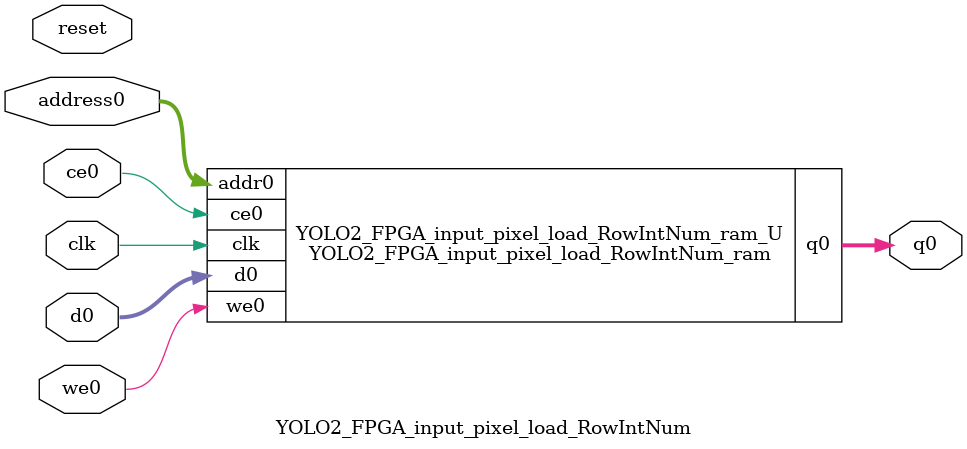
<source format=v>
`timescale 1 ns / 1 ps
module YOLO2_FPGA_input_pixel_load_RowIntNum_ram (addr0, ce0, d0, we0, q0,  clk);

parameter DWIDTH = 11;
parameter AWIDTH = 7;
parameter MEM_SIZE = 106;

input[AWIDTH-1:0] addr0;
input ce0;
input[DWIDTH-1:0] d0;
input we0;
output reg[DWIDTH-1:0] q0;
input clk;

reg [DWIDTH-1:0] ram[0:MEM_SIZE-1];




always @(posedge clk)  
begin 
    if (ce0) begin
        if (we0) 
            ram[addr0] <= d0; 
        q0 <= ram[addr0];
    end
end


endmodule

`timescale 1 ns / 1 ps
module YOLO2_FPGA_input_pixel_load_RowIntNum(
    reset,
    clk,
    address0,
    ce0,
    we0,
    d0,
    q0);

parameter DataWidth = 32'd11;
parameter AddressRange = 32'd106;
parameter AddressWidth = 32'd7;
input reset;
input clk;
input[AddressWidth - 1:0] address0;
input ce0;
input we0;
input[DataWidth - 1:0] d0;
output[DataWidth - 1:0] q0;



YOLO2_FPGA_input_pixel_load_RowIntNum_ram YOLO2_FPGA_input_pixel_load_RowIntNum_ram_U(
    .clk( clk ),
    .addr0( address0 ),
    .ce0( ce0 ),
    .we0( we0 ),
    .d0( d0 ),
    .q0( q0 ));

endmodule


</source>
